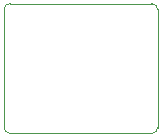
<source format=gm1>
%TF.GenerationSoftware,KiCad,Pcbnew,5.1.10*%
%TF.CreationDate,2021-12-10T14:23:33+01:00*%
%TF.ProjectId,angle-sensor-board,616e676c-652d-4736-956e-736f722d626f,rev?*%
%TF.SameCoordinates,Original*%
%TF.FileFunction,Profile,NP*%
%FSLAX46Y46*%
G04 Gerber Fmt 4.6, Leading zero omitted, Abs format (unit mm)*
G04 Created by KiCad (PCBNEW 5.1.10) date 2021-12-10 14:23:33*
%MOMM*%
%LPD*%
G01*
G04 APERTURE LIST*
%TA.AperFunction,Profile*%
%ADD10C,0.050000*%
%TD*%
G04 APERTURE END LIST*
D10*
X43000000Y-40500000D02*
G75*
G02*
X42500000Y-41000000I-500000J0D01*
G01*
X42500000Y-30000000D02*
G75*
G02*
X43000000Y-30500000I0J-500000D01*
G01*
X30000000Y-30500000D02*
G75*
G02*
X30500000Y-30000000I500000J0D01*
G01*
X30500000Y-41000000D02*
G75*
G02*
X30000000Y-40500000I0J500000D01*
G01*
X30000000Y-40500000D02*
X30000000Y-30500000D01*
X42500000Y-41000000D02*
X30500000Y-41000000D01*
X43000000Y-30500000D02*
X43000000Y-40500000D01*
X30500000Y-30000000D02*
X42500000Y-30000000D01*
M02*

</source>
